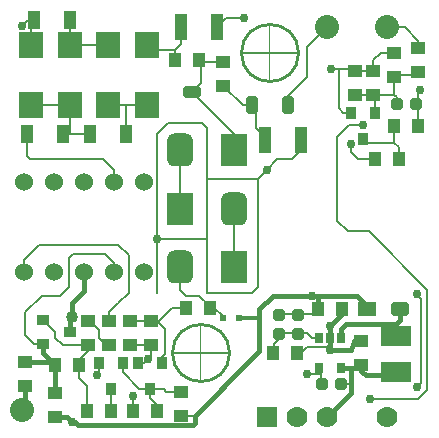
<source format=gtl>
G04*
G04  File:            OPENGEIGER1.0.GTL, Sat Apr 20 15:36:22 2019*
G04  Source:          P-CAD 2004 PCB, Version 18.03.448, (C:\Users\Kent\Documents\customers\Medcom\OpenSource\OpenGeiger\OpenGeiger1.0.PCB)*
G04  Format:          Gerber Format (RS-274-D), ASCII*
G04*
G04  Format Options:  Absolute Positioning*
G04                   Leading-Zero Suppression*
G04                   Scale Factor 1:1*
G04                   NO Circular Interpolation*
G04                   Inch Units*
G04                   Numeric Format: 4.4 (XXXX.XXXX)*
G04                   G54 NOT Used for Aperture Change*
G04                   Apertures Embedded*
G04*
G04  File Options:    Offset = (0.0mil,0.0mil)*
G04                   Drill Symbol Size = 80.0mil*
G04                   No Pad/Via Holes*
G04*
G04  File Contents:   Pads*
G04                   Vias*
G04                   No Designators*
G04                   No Types*
G04                   No Values*
G04                   No Drill Symbols*
G04                   Top*
G04*
%INOPENGEIGER1.0.GTL*%
%ICAS*%
%MOIN*%
G04*
G04  Aperture MACROs for general use --- invoked via D-code assignment *
G04*
G04  General MACRO for flashed round with rotation and/or offset hole *
%AMROTOFFROUND*
1,1,$1,0.0000,0.0000*
1,0,$2,$3,$4*%
G04*
G04  General MACRO for flashed oval (obround) with rotation and/or offset hole *
%AMROTOFFOVAL*
21,1,$1,$2,0.0000,0.0000,$3*
1,1,$4,$5,$6*
1,1,$4,0-$5,0-$6*
1,0,$7,$8,$9*%
G04*
G04  General MACRO for flashed oval (obround) with rotation and no hole *
%AMROTOVALNOHOLE*
21,1,$1,$2,0.0000,0.0000,$3*
1,1,$4,$5,$6*
1,1,$4,0-$5,0-$6*%
G04*
G04  General MACRO for flashed rectangle with rotation and/or offset hole *
%AMROTOFFRECT*
21,1,$1,$2,0.0000,0.0000,$3*
1,0,$4,$5,$6*%
G04*
G04  General MACRO for flashed rectangle with rotation and no hole *
%AMROTRECTNOHOLE*
21,1,$1,$2,0.0000,0.0000,$3*%
G04*
G04  General MACRO for flashed rounded-rectangle *
%AMROUNDRECT*
21,1,$1,$2-$4,0.0000,0.0000,$3*
21,1,$1-$4,$2,0.0000,0.0000,$3*
1,1,$4,$5,$6*
1,1,$4,$7,$8*
1,1,$4,0-$5,0-$6*
1,1,$4,0-$7,0-$8*
1,0,$9,$10,$11*%
G04*
G04  General MACRO for flashed rounded-rectangle with rotation and no hole *
%AMROUNDRECTNOHOLE*
21,1,$1,$2-$4,0.0000,0.0000,$3*
21,1,$1-$4,$2,0.0000,0.0000,$3*
1,1,$4,$5,$6*
1,1,$4,$7,$8*
1,1,$4,0-$5,0-$6*
1,1,$4,0-$7,0-$8*%
G04*
G04  General MACRO for flashed regular polygon *
%AMREGPOLY*
5,1,$1,0.0000,0.0000,$2,$3+$4*
1,0,$5,$6,$7*%
G04*
G04  General MACRO for flashed regular polygon with no hole *
%AMREGPOLYNOHOLE*
5,1,$1,0.0000,0.0000,$2,$3+$4*%
G04*
G04  General MACRO for target *
%AMTARGET*
6,0,0,$1,$2,$3,4,$4,$5,$6*%
G04*
G04  General MACRO for mounting hole *
%AMMTHOLE*
1,1,$1,0,0*
1,0,$2,0,0*
$1=$1-$2*
$1=$1/2*
21,1,$2+$1,$3,0,0,$4*
21,1,$3,$2+$1,0,0,$4*%
G04*
G04*
G04  D10 : "Ellipse X8.0mil Y8.0mil H0.0mil 0.0deg (0.0mil,0.0mil) Draw"*
G04  Disc: OuterDia=0.0080*
%ADD10C, 0.0080*%
G04  D11 : "Ellipse X10.0mil Y10.0mil H0.0mil 0.0deg (0.0mil,0.0mil) Draw"*
G04  Disc: OuterDia=0.0100*
%ADD11C, 0.0100*%
G04  D12 : "Ellipse X12.0mil Y12.0mil H0.0mil 0.0deg (0.0mil,0.0mil) Draw"*
G04  Disc: OuterDia=0.0120*
%ADD12C, 0.0120*%
G04  D13 : "Ellipse X15.0mil Y15.0mil H0.0mil 0.0deg (0.0mil,0.0mil) Draw"*
G04  Disc: OuterDia=0.0150*
%ADD13C, 0.0150*%
G04  D14 : "Ellipse X16.0mil Y16.0mil H0.0mil 0.0deg (0.0mil,0.0mil) Draw"*
G04  Disc: OuterDia=0.0160*
%ADD14C, 0.0160*%
G04  D15 : "Ellipse X2.0mil Y2.0mil H0.0mil 0.0deg (0.0mil,0.0mil) Draw"*
G04  Disc: OuterDia=0.0020*
%ADD15C, 0.0020*%
G04  D16 : "Ellipse X2.0mil Y2.0mil H0.0mil 0.0deg (0.0mil,0.0mil) Draw"*
G04  Disc: OuterDia=0.0020*
%ADD16C, 0.0020*%
G04  D17 : "Ellipse X20.0mil Y20.0mil H0.0mil 0.0deg (0.0mil,0.0mil) Draw"*
G04  Disc: OuterDia=0.0200*
%ADD17C, 0.0200*%
G04  D18 : "Ellipse X25.0mil Y25.0mil H0.0mil 0.0deg (0.0mil,0.0mil) Draw"*
G04  Disc: OuterDia=0.0250*
%ADD18C, 0.0250*%
G04  D19 : "Ellipse X3.9mil Y3.9mil H0.0mil 0.0deg (0.0mil,0.0mil) Draw"*
G04  Disc: OuterDia=0.0039*
%ADD19C, 0.0039*%
G04  D20 : "Ellipse X4.0mil Y4.0mil H0.0mil 0.0deg (0.0mil,0.0mil) Draw"*
G04  Disc: OuterDia=0.0040*
%ADD20C, 0.0040*%
G04  D21 : "Ellipse X5.0mil Y5.0mil H0.0mil 0.0deg (0.0mil,0.0mil) Draw"*
G04  Disc: OuterDia=0.0050*
%ADD21C, 0.0050*%
G04  D22 : "Ellipse X50.0mil Y50.0mil H0.0mil 0.0deg (0.0mil,0.0mil) Draw"*
G04  Disc: OuterDia=0.0500*
%ADD22C, 0.0500*%
G04  D23 : "Ellipse X6.0mil Y6.0mil H0.0mil 0.0deg (0.0mil,0.0mil) Draw"*
G04  Disc: OuterDia=0.0060*
%ADD23C, 0.0060*%
G04  D24 : "Ellipse X6.0mil Y6.0mil H0.0mil 0.0deg (0.0mil,0.0mil) Draw"*
G04  Disc: OuterDia=0.0060*
%ADD24C, 0.0060*%
G04  D25 : "Ellipse X7.0mil Y7.0mil H0.0mil 0.0deg (0.0mil,0.0mil) Draw"*
G04  Disc: OuterDia=0.0070*
%ADD25C, 0.0070*%
G04  D26 : "Ellipse X204.0mil Y204.0mil H0.0mil 0.0deg (0.0mil,0.0mil) Flash"*
G04  Disc: OuterDia=0.2040*
%ADD26C, 0.2040*%
G04  D27 : "Ellipse X40.0mil Y40.0mil H0.0mil 0.0deg (0.0mil,0.0mil) Flash"*
G04  Disc: OuterDia=0.0400*
%ADD27C, 0.0400*%
G04  D28 : "Ellipse X44.0mil Y44.0mil H0.0mil 0.0deg (0.0mil,0.0mil) Flash"*
G04  Disc: OuterDia=0.0440*
%ADD28C, 0.0440*%
G04  D29 : "Ellipse X60.0mil Y60.0mil H0.0mil 0.0deg (0.0mil,0.0mil) Flash"*
G04  Disc: OuterDia=0.0600*
%ADD29C, 0.0600*%
G04  D30 : "Ellipse X64.0mil Y64.0mil H0.0mil 0.0deg (0.0mil,0.0mil) Flash"*
G04  Disc: OuterDia=0.0640*
%ADD30C, 0.0640*%
G04  D31 : "Ellipse X70.0mil Y70.0mil H0.0mil 0.0deg (0.0mil,0.0mil) Flash"*
G04  Disc: OuterDia=0.0700*
%ADD31C, 0.0700*%
G04  D32 : "Ellipse X74.0mil Y74.0mil H0.0mil 0.0deg (0.0mil,0.0mil) Flash"*
G04  Disc: OuterDia=0.0740*
%ADD32C, 0.0740*%
G04  D33 : "Ellipse X80.0mil Y80.0mil H0.0mil 0.0deg (0.0mil,0.0mil) Flash"*
G04  Disc: OuterDia=0.0800*
%ADD33C, 0.0800*%
G04  D34 : "Ellipse X84.0mil Y84.0mil H0.0mil 0.0deg (0.0mil,0.0mil) Flash"*
G04  Disc: OuterDia=0.0840*
%ADD34C, 0.0840*%
G04  D35 : "Mounting Hole X200.0mil Y200.0mil H0.0mil 0.0deg (0.0mil,0.0mil) Flash"*
G04  Mounting Hole: Diameter=0.2000, Rotation=0.0, LineWidth=0.0050 *
%ADD35MTHOLE, 0.2000 X0.1800 X0.0050 X0.0*%
G04  D36 : "Oval X75.0mil Y45.0mil H0.0mil 0.0deg (0.0mil,0.0mil) Flash"*
G04  Obround: DimX=0.0750, DimY=0.0450, Rotation=0.0, OffsetX=0.0000, OffsetY=0.0000, HoleDia=0.0000 *
%ADD36O, 0.0750 X0.0450*%
G04  D37 : "Oval X30.0mil Y56.0mil H0.0mil 0.0deg (0.0mil,0.0mil) Flash"*
G04  Obround: DimX=0.0300, DimY=0.0560, Rotation=0.0, OffsetX=0.0000, OffsetY=0.0000, HoleDia=0.0000 *
%ADD37O, 0.0300 X0.0560*%
G04  D38 : "Oval X30.0mil Y86.0mil H0.0mil 0.0deg (0.0mil,0.0mil) Flash"*
G04  Obround: DimX=0.0300, DimY=0.0860, Rotation=0.0, OffsetX=0.0000, OffsetY=0.0000, HoleDia=0.0000 *
%ADD38O, 0.0300 X0.0860*%
G04  D39 : "Rounded Rectangle X80.0mil Y104.0mil H0.0mil 0.0deg (0.0mil,0.0mil) Flash"*
G04  RoundRct: DimX=0.0800, DimY=0.1040, CornerRad=0.0200, Rotation=0.0, OffsetX=0.0000, OffsetY=0.0000, HoleDia=0.0000 *
%ADD39ROUNDRECTNOHOLE, 0.0800 X0.1040 X0.0 X0.0400 X-0.0200 X-0.0320 X-0.0200 X0.0320*%
G04  D40 : "Rounded Rectangle X86.0mil Y110.0mil H0.0mil 0.0deg (0.0mil,0.0mil) Flash"*
G04  RoundRct: DimX=0.0860, DimY=0.1100, CornerRad=0.0215, Rotation=0.0, OffsetX=0.0000, OffsetY=0.0000, HoleDia=0.0000 *
%ADD40ROUNDRECTNOHOLE, 0.0860 X0.1100 X0.0 X0.0430 X-0.0215 X-0.0335 X-0.0215 X0.0335*%
G04  D41 : "Rounded Rectangle X90.0mil Y114.0mil H0.0mil 0.0deg (0.0mil,0.0mil) Flash"*
G04  RoundRct: DimX=0.0900, DimY=0.1140, CornerRad=0.0225, Rotation=0.0, OffsetX=0.0000, OffsetY=0.0000, HoleDia=0.0000 *
%ADD41ROUNDRECTNOHOLE, 0.0900 X0.1140 X0.0 X0.0450 X-0.0225 X-0.0345 X-0.0225 X0.0345*%
G04  D42 : "Rounded Rectangle X33.8mil Y33.8mil H0.0mil 0.0deg (0.0mil,0.0mil) Flash"*
G04  RoundRct: DimX=0.0338, DimY=0.0338, CornerRad=0.0084, Rotation=0.0, OffsetX=0.0000, OffsetY=0.0000, HoleDia=0.0000 *
%ADD42ROUNDRECTNOHOLE, 0.0338 X0.0338 X0.0 X0.0169 X-0.0084 X-0.0084 X-0.0084 X0.0084*%
G04  D43 : "Rounded Rectangle X39.8mil Y39.8mil H0.0mil 0.0deg (0.0mil,0.0mil) Flash"*
G04  RoundRct: DimX=0.0398, DimY=0.0398, CornerRad=0.0099, Rotation=0.0, OffsetX=0.0000, OffsetY=0.0000, HoleDia=0.0000 *
%ADD43ROUNDRECTNOHOLE, 0.0398 X0.0398 X0.0 X0.0199 X-0.0099 X-0.0099 X-0.0099 X0.0099*%
G04  D44 : "Rounded Rectangle X43.8mil Y43.8mil H0.0mil 0.0deg (0.0mil,0.0mil) Flash"*
G04  RoundRct: DimX=0.0438, DimY=0.0438, CornerRad=0.0109, Rotation=0.0, OffsetX=0.0000, OffsetY=0.0000, HoleDia=0.0000 *
%ADD44ROUNDRECTNOHOLE, 0.0438 X0.0438 X0.0 X0.0219 X-0.0109 X-0.0109 X-0.0109 X0.0109*%
G04  D45 : "Rounded Rectangle X54.0mil Y34.0mil H0.0mil 0.0deg (0.0mil,0.0mil) Flash"*
G04  RoundRct: DimX=0.0540, DimY=0.0340, CornerRad=0.0085, Rotation=0.0, OffsetX=0.0000, OffsetY=0.0000, HoleDia=0.0000 *
%ADD45ROUNDRECTNOHOLE, 0.0540 X0.0340 X0.0 X0.0170 X-0.0185 X-0.0085 X-0.0185 X0.0085*%
G04  D46 : "Rounded Rectangle X54.0mil Y42.0mil H0.0mil 0.0deg (0.0mil,0.0mil) Flash"*
G04  RoundRct: DimX=0.0540, DimY=0.0420, CornerRad=0.0105, Rotation=0.0, OffsetX=0.0000, OffsetY=0.0000, HoleDia=0.0000 *
%ADD46ROUNDRECTNOHOLE, 0.0540 X0.0420 X0.0 X0.0210 X-0.0165 X-0.0105 X-0.0165 X0.0105*%
G04  D47 : "Rounded Rectangle X60.0mil Y40.0mil H0.0mil 0.0deg (0.0mil,0.0mil) Flash"*
G04  RoundRct: DimX=0.0600, DimY=0.0400, CornerRad=0.0100, Rotation=0.0, OffsetX=0.0000, OffsetY=0.0000, HoleDia=0.0000 *
%ADD47ROUNDRECTNOHOLE, 0.0600 X0.0400 X0.0 X0.0200 X-0.0200 X-0.0100 X-0.0200 X0.0100*%
G04  D48 : "Rounded Rectangle X40.0mil Y60.0mil H0.0mil 0.0deg (0.0mil,0.0mil) Flash"*
G04  RoundRct: DimX=0.0400, DimY=0.0600, CornerRad=0.0100, Rotation=0.0, OffsetX=0.0000, OffsetY=0.0000, HoleDia=0.0000 *
%ADD48ROUNDRECTNOHOLE, 0.0400 X0.0600 X0.0 X0.0200 X-0.0100 X-0.0200 X-0.0100 X0.0200*%
G04  D49 : "Rounded Rectangle X60.0mil Y48.0mil H0.0mil 0.0deg (0.0mil,0.0mil) Flash"*
G04  RoundRct: DimX=0.0600, DimY=0.0480, CornerRad=0.0120, Rotation=0.0, OffsetX=0.0000, OffsetY=0.0000, HoleDia=0.0000 *
%ADD49ROUNDRECTNOHOLE, 0.0600 X0.0480 X0.0 X0.0240 X-0.0180 X-0.0120 X-0.0180 X0.0120*%
G04  D50 : "Rounded Rectangle X64.0mil Y44.0mil H0.0mil 0.0deg (0.0mil,0.0mil) Flash"*
G04  RoundRct: DimX=0.0640, DimY=0.0440, CornerRad=0.0110, Rotation=0.0, OffsetX=0.0000, OffsetY=0.0000, HoleDia=0.0000 *
%ADD50ROUNDRECTNOHOLE, 0.0640 X0.0440 X0.0 X0.0220 X-0.0210 X-0.0110 X-0.0210 X0.0110*%
G04  D51 : "Rounded Rectangle X44.0mil Y64.0mil H0.0mil 0.0deg (0.0mil,0.0mil) Flash"*
G04  RoundRct: DimX=0.0440, DimY=0.0640, CornerRad=0.0110, Rotation=0.0, OffsetX=0.0000, OffsetY=0.0000, HoleDia=0.0000 *
%ADD51ROUNDRECTNOHOLE, 0.0440 X0.0640 X0.0 X0.0220 X-0.0110 X-0.0210 X-0.0110 X0.0210*%
G04  D52 : "Rounded Rectangle X64.0mil Y52.0mil H0.0mil 0.0deg (0.0mil,0.0mil) Flash"*
G04  RoundRct: DimX=0.0640, DimY=0.0520, CornerRad=0.0130, Rotation=0.0, OffsetX=0.0000, OffsetY=0.0000, HoleDia=0.0000 *
%ADD52ROUNDRECTNOHOLE, 0.0640 X0.0520 X0.0 X0.0260 X-0.0190 X-0.0130 X-0.0190 X0.0130*%
G04  D53 : "Rectangle X80.0mil Y104.0mil H0.0mil 0.0deg (0.0mil,0.0mil) Flash"*
G04  Rectangular: DimX=0.0800, DimY=0.1040, Rotation=0.0, OffsetX=0.0000, OffsetY=0.0000, HoleDia=0.0000 *
%ADD53R, 0.0800 X0.1040*%
G04  D54 : "Rectangle X86.0mil Y110.0mil H0.0mil 0.0deg (0.0mil,0.0mil) Flash"*
G04  Rectangular: DimX=0.0860, DimY=0.1100, Rotation=0.0, OffsetX=0.0000, OffsetY=0.0000, HoleDia=0.0000 *
%ADD54R, 0.0860 X0.1100*%
G04  D55 : "Rectangle X90.0mil Y114.0mil H0.0mil 0.0deg (0.0mil,0.0mil) Flash"*
G04  Rectangular: DimX=0.0900, DimY=0.1140, Rotation=0.0, OffsetX=0.0000, OffsetY=0.0000, HoleDia=0.0000 *
%ADD55R, 0.0900 X0.1140*%
G04  D56 : "Rectangle X13.7mil Y17.6mil H0.0mil 0.0deg (0.0mil,0.0mil) Flash"*
G04  Rectangular: DimX=0.0137, DimY=0.0176, Rotation=0.0, OffsetX=0.0000, OffsetY=0.0000, HoleDia=0.0000 *
%ADD56R, 0.0137 X0.0176*%
G04  D57 : "Rectangle X17.6mil Y13.7mil H0.0mil 0.0deg (0.0mil,0.0mil) Flash"*
G04  Rectangular: DimX=0.0176, DimY=0.0137, Rotation=0.0, OffsetX=0.0000, OffsetY=0.0000, HoleDia=0.0000 *
%ADD57R, 0.0176 X0.0137*%
G04  D58 : "Rectangle X19.7mil Y23.6mil H0.0mil 0.0deg (0.0mil,0.0mil) Flash"*
G04  Rectangular: DimX=0.0197, DimY=0.0236, Rotation=0.0, OffsetX=0.0000, OffsetY=0.0000, HoleDia=0.0000 *
%ADD58R, 0.0197 X0.0236*%
G04  D59 : "Rectangle X23.6mil Y19.7mil H0.0mil 0.0deg (0.0mil,0.0mil) Flash"*
G04  Rectangular: DimX=0.0236, DimY=0.0197, Rotation=0.0, OffsetX=0.0000, OffsetY=0.0000, HoleDia=0.0000 *
%ADD59R, 0.0236 X0.0197*%
G04  D60 : "Rectangle X23.7mil Y27.6mil H0.0mil 0.0deg (0.0mil,0.0mil) Flash"*
G04  Rectangular: DimX=0.0237, DimY=0.0276, Rotation=0.0, OffsetX=0.0000, OffsetY=0.0000, HoleDia=0.0000 *
%ADD60R, 0.0237 X0.0276*%
G04  D61 : "Rectangle X27.6mil Y23.7mil H0.0mil 0.0deg (0.0mil,0.0mil) Flash"*
G04  Rectangular: DimX=0.0276, DimY=0.0237, Rotation=0.0, OffsetX=0.0000, OffsetY=0.0000, HoleDia=0.0000 *
%ADD61R, 0.0276 X0.0237*%
G04  D62 : "Rectangle X26.0mil Y34.0mil H0.0mil 0.0deg (0.0mil,0.0mil) Flash"*
G04  Rectangular: DimX=0.0260, DimY=0.0340, Rotation=0.0, OffsetX=0.0000, OffsetY=0.0000, HoleDia=0.0000 *
%ADD62R, 0.0260 X0.0340*%
G04  D63 : "Rectangle X34.0mil Y26.0mil H0.0mil 0.0deg (0.0mil,0.0mil) Flash"*
G04  Rectangular: DimX=0.0340, DimY=0.0260, Rotation=0.0, OffsetX=0.0000, OffsetY=0.0000, HoleDia=0.0000 *
%ADD63R, 0.0340 X0.0260*%
G04  D64 : "Rectangle X22.0mil Y30.0mil H0.0mil 0.0deg (0.0mil,0.0mil) Flash"*
G04  Rectangular: DimX=0.0220, DimY=0.0300, Rotation=0.0, OffsetX=0.0000, OffsetY=0.0000, HoleDia=0.0000 *
%ADD64R, 0.0220 X0.0300*%
G04  D65 : "Rectangle X32.0mil Y40.0mil H0.0mil 0.0deg (0.0mil,0.0mil) Flash"*
G04  Rectangular: DimX=0.0320, DimY=0.0400, Rotation=0.0, OffsetX=0.0000, OffsetY=0.0000, HoleDia=0.0000 *
%ADD65R, 0.0320 X0.0400*%
G04  D66 : "Rectangle X40.0mil Y32.0mil H0.0mil 0.0deg (0.0mil,0.0mil) Flash"*
G04  Rectangular: DimX=0.0400, DimY=0.0320, Rotation=0.0, OffsetX=0.0000, OffsetY=0.0000, HoleDia=0.0000 *
%ADD66R, 0.0400 X0.0320*%
G04  D67 : "Rectangle X28.0mil Y36.0mil H0.0mil 0.0deg (0.0mil,0.0mil) Flash"*
G04  Rectangular: DimX=0.0280, DimY=0.0360, Rotation=0.0, OffsetX=0.0000, OffsetY=0.0000, HoleDia=0.0000 *
%ADD67R, 0.0280 X0.0360*%
G04  D68 : "Rectangle X36.0mil Y44.0mil H0.0mil 0.0deg (0.0mil,0.0mil) Flash"*
G04  Rectangular: DimX=0.0360, DimY=0.0440, Rotation=0.0, OffsetX=0.0000, OffsetY=0.0000, HoleDia=0.0000 *
%ADD68R, 0.0360 X0.0440*%
G04  D69 : "Rectangle X44.0mil Y36.0mil H0.0mil 0.0deg (0.0mil,0.0mil) Flash"*
G04  Rectangular: DimX=0.0440, DimY=0.0360, Rotation=0.0, OffsetX=0.0000, OffsetY=0.0000, HoleDia=0.0000 *
%ADD69R, 0.0440 X0.0360*%
G04  D70 : "Rectangle X44.0mil Y34.0mil H0.0mil 0.0deg (0.0mil,0.0mil) Flash"*
G04  Rectangular: DimX=0.0440, DimY=0.0340, Rotation=0.0, OffsetX=0.0000, OffsetY=0.0000, HoleDia=0.0000 *
%ADD70R, 0.0440 X0.0340*%
G04  D71 : "Rectangle X34.0mil Y44.0mil H0.0mil 0.0deg (0.0mil,0.0mil) Flash"*
G04  Rectangular: DimX=0.0340, DimY=0.0440, Rotation=0.0, OffsetX=0.0000, OffsetY=0.0000, HoleDia=0.0000 *
%ADD71R, 0.0340 X0.0440*%
G04  D72 : "Rectangle X50.0mil Y40.0mil H0.0mil 0.0deg (0.0mil,0.0mil) Flash"*
G04  Rectangular: DimX=0.0500, DimY=0.0400, Rotation=0.0, OffsetX=0.0000, OffsetY=0.0000, HoleDia=0.0000 *
%ADD72R, 0.0500 X0.0400*%
G04  D73 : "Rectangle X40.0mil Y50.0mil H0.0mil 0.0deg (0.0mil,0.0mil) Flash"*
G04  Rectangular: DimX=0.0400, DimY=0.0500, Rotation=0.0, OffsetX=0.0000, OffsetY=0.0000, HoleDia=0.0000 *
%ADD73R, 0.0400 X0.0500*%
G04  D74 : "Rectangle X54.0mil Y42.0mil H0.0mil 0.0deg (0.0mil,0.0mil) Flash"*
G04  Rectangular: DimX=0.0540, DimY=0.0420, Rotation=0.0, OffsetX=0.0000, OffsetY=0.0000, HoleDia=0.0000 *
%ADD74R, 0.0540 X0.0420*%
G04  D75 : "Rectangle X54.0mil Y44.0mil H0.0mil 0.0deg (0.0mil,0.0mil) Flash"*
G04  Rectangular: DimX=0.0540, DimY=0.0440, Rotation=0.0, OffsetX=0.0000, OffsetY=0.0000, HoleDia=0.0000 *
%ADD75R, 0.0540 X0.0440*%
G04  D76 : "Rectangle X44.0mil Y54.0mil H0.0mil 0.0deg (0.0mil,0.0mil) Flash"*
G04  Rectangular: DimX=0.0440, DimY=0.0540, Rotation=0.0, OffsetX=0.0000, OffsetY=0.0000, HoleDia=0.0000 *
%ADD76R, 0.0440 X0.0540*%
G04  D77 : "Rectangle X94.0mil Y59.0mil H0.0mil 0.0deg (0.0mil,0.0mil) Flash"*
G04  Rectangular: DimX=0.0940, DimY=0.0590, Rotation=0.0, OffsetX=0.0000, OffsetY=0.0000, HoleDia=0.0000 *
%ADD77R, 0.0940 X0.0590*%
G04  D78 : "Rectangle X40.0mil Y60.0mil H0.0mil 0.0deg (0.0mil,0.0mil) Flash"*
G04  Rectangular: DimX=0.0400, DimY=0.0600, Rotation=0.0, OffsetX=0.0000, OffsetY=0.0000, HoleDia=0.0000 *
%ADD78R, 0.0400 X0.0600*%
G04  D79 : "Rectangle X60.0mil Y48.0mil H0.0mil 0.0deg (0.0mil,0.0mil) Flash"*
G04  Rectangular: DimX=0.0600, DimY=0.0480, Rotation=0.0, OffsetX=0.0000, OffsetY=0.0000, HoleDia=0.0000 *
%ADD79R, 0.0600 X0.0480*%
G04  D80 : "Rectangle X44.0mil Y64.0mil H0.0mil 0.0deg (0.0mil,0.0mil) Flash"*
G04  Rectangular: DimX=0.0440, DimY=0.0640, Rotation=0.0, OffsetX=0.0000, OffsetY=0.0000, HoleDia=0.0000 *
%ADD80R, 0.0440 X0.0640*%
G04  D81 : "Rectangle X64.0mil Y52.0mil H0.0mil 0.0deg (0.0mil,0.0mil) Flash"*
G04  Rectangular: DimX=0.0640, DimY=0.0520, Rotation=0.0, OffsetX=0.0000, OffsetY=0.0000, HoleDia=0.0000 *
%ADD81R, 0.0640 X0.0520*%
G04  D82 : "Rectangle X100.0mil Y65.0mil H0.0mil 0.0deg (0.0mil,0.0mil) Flash"*
G04  Rectangular: DimX=0.1000, DimY=0.0650, Rotation=0.0, OffsetX=0.0000, OffsetY=0.0000, HoleDia=0.0000 *
%ADD82R, 0.1000 X0.0650*%
G04  D83 : "Rectangle X104.0mil Y69.0mil H0.0mil 0.0deg (0.0mil,0.0mil) Flash"*
G04  Rectangular: DimX=0.1040, DimY=0.0690, Rotation=0.0, OffsetX=0.0000, OffsetY=0.0000, HoleDia=0.0000 *
%ADD83R, 0.1040 X0.0690*%
G04  D84 : "Rectangle X70.0mil Y70.0mil H0.0mil 0.0deg (0.0mil,0.0mil) Flash"*
G04  Square: Side=0.0700, Rotation=0.0, OffsetX=0.0000, OffsetY=0.0000, HoleDia=0.0000*
%ADD84R, 0.0700 X0.0700*%
G04  D85 : "Rectangle X74.0mil Y20.0mil H0.0mil 0.0deg (0.0mil,0.0mil) Flash"*
G04  Rectangular: DimX=0.0740, DimY=0.0200, Rotation=0.0, OffsetX=0.0000, OffsetY=0.0000, HoleDia=0.0000 *
%ADD85R, 0.0740 X0.0200*%
G04  D86 : "Rectangle X74.0mil Y74.0mil H0.0mil 0.0deg (0.0mil,0.0mil) Flash"*
G04  Square: Side=0.0740, Rotation=0.0, OffsetX=0.0000, OffsetY=0.0000, HoleDia=0.0000*
%ADD86R, 0.0740 X0.0740*%
G04  D87 : "Rectangle X80.0mil Y26.0mil H0.0mil 0.0deg (0.0mil,0.0mil) Flash"*
G04  Rectangular: DimX=0.0800, DimY=0.0260, Rotation=0.0, OffsetX=0.0000, OffsetY=0.0000, HoleDia=0.0000 *
%ADD87R, 0.0800 X0.0260*%
G04  D88 : "Rectangle X84.0mil Y30.0mil H0.0mil 0.0deg (0.0mil,0.0mil) Flash"*
G04  Rectangular: DimX=0.0840, DimY=0.0300, Rotation=0.0, OffsetX=0.0000, OffsetY=0.0000, HoleDia=0.0000 *
%ADD88R, 0.0840 X0.0300*%
G04  D89 : "Rectangle X40.0mil Y90.0mil H0.0mil 0.0deg (0.0mil,0.0mil) Flash"*
G04  Rectangular: DimX=0.0400, DimY=0.0900, Rotation=0.0, OffsetX=0.0000, OffsetY=0.0000, HoleDia=0.0000 *
%ADD89R, 0.0400 X0.0900*%
G04  D90 : "Rectangle X80.0mil Y90.0mil H0.0mil 0.0deg (0.0mil,0.0mil) Flash"*
G04  Rectangular: DimX=0.0800, DimY=0.0900, Rotation=0.0, OffsetX=0.0000, OffsetY=0.0000, HoleDia=0.0000 *
%ADD90R, 0.0800 X0.0900*%
G04  D91 : "Rectangle X44.0mil Y94.0mil H0.0mil 0.0deg (0.0mil,0.0mil) Flash"*
G04  Rectangular: DimX=0.0440, DimY=0.0940, Rotation=0.0, OffsetX=0.0000, OffsetY=0.0000, HoleDia=0.0000 *
%ADD91R, 0.0440 X0.0940*%
G04  D92 : "Rectangle X84.0mil Y94.0mil H0.0mil 0.0deg (0.0mil,0.0mil) Flash"*
G04  Rectangular: DimX=0.0840, DimY=0.0940, Rotation=0.0, OffsetX=0.0000, OffsetY=0.0000, HoleDia=0.0000 *
%ADD92R, 0.0840 X0.0940*%
G04  D93 : "Ellipse X30.0mil Y30.0mil H0.0mil 0.0deg (0.0mil,0.0mil) Flash"*
G04  Disc: OuterDia=0.0300*
%ADD93C, 0.0300*%
G04  D94 : "Ellipse X34.0mil Y34.0mil H0.0mil 0.0deg (0.0mil,0.0mil) Flash"*
G04  Disc: OuterDia=0.0340*
%ADD94C, 0.0340*%
G04*
%FSLAX44Y44*%
%SFA1B1*%
%OFA0.0000B0.0000*%
G04*
G70*
G90*
G01*
D2*
%LNTop*%
D10*
X10500Y14950*
Y14650D1*
X11200Y17650D2*
X11600Y17250D1*
Y17050*
X11850Y16800*
D2*
D14*
X10600Y16250*
X11500D1*
D2*
D10*
X11600Y16150D1*
X11200Y16850D2*
X10900D1*
X10600Y17150*
Y17900*
D2*
D14*
X11600Y15200*
Y16150D1*
X11200Y16550D2*
X11500Y16250D1*
X11200Y16850D2*
Y16550D1*
D2*
D10*
X11150Y18450*
X11750D1*
X10550Y19650D2*
X11050Y20150D1*
X10550Y19250D2*
Y19650D1*
X10750Y23000D2*
X10650Y23100D1*
Y23850D2*
Y23100D1*
X10800Y27550D2*
X10900Y27650D1*
X10700*
X10500Y27450*
D2*
D14*
X12250Y14250*
X12350Y14150D1*
X12150Y14250D2*
X12250D1*
D2*
D10*
X14350Y16200*
X14550D1*
X14100Y16800D2*
X14800D1*
Y16450*
X14550Y16200D2*
X14700Y16350D1*
X14800Y16450*
X13050Y16200D2*
Y15850D1*
X13000Y15800*
X12700Y16800D2*
Y16600D1*
X12400Y16300*
X12650Y15450D2*
X12400Y15700D1*
Y16150*
Y16300*
X13400Y17600D2*
Y17900D1*
Y16800D2*
X13300D1*
X13050Y17050*
Y17300*
X12750Y17600*
X12700*
X13850Y16200D2*
Y15900D1*
X14400Y15350*
X14750*
Y15050D2*
Y15330D1*
Y15350*
X14100Y17600D2*
X14800D1*
D2*
D14*
X12550Y18600*
Y19250D1*
X12150Y18200D2*
X12550Y18600D1*
D2*
D10*
X13550Y19550*
Y19250D1*
X13250Y19850D2*
X13550Y19550D1*
X12200Y19850D2*
X13250D1*
X12050Y19700D2*
X12200Y19850D1*
X12050Y18750D2*
Y19700D1*
X13700Y18200D2*
X14050Y18550D1*
Y19800D2*
Y18550D1*
X13700Y20150D2*
X14050Y19800D1*
X13200Y23000D2*
X13550Y22650D1*
Y22250*
X12100Y23850D2*
X12750D1*
X12100Y26800D2*
X13350D1*
X14650D2*
X14800Y26650D1*
X13350Y24800D2*
X13950D1*
X14650*
D2*
D14*
X16250Y14200*
Y14450D1*
X16200Y14150D2*
X16250Y14200D1*
D2*
D10*
X15800Y14450*
X16250D1*
X15220Y15330D2*
X15300Y15250D1*
X15800D2*
X15300D1*
X15150Y16200D2*
Y16400D1*
X15250Y16500*
Y17350*
X17174Y17700D2*
Y17775D1*
X15950Y18050D2*
X15500D1*
X16750D2*
Y18100D1*
X15750Y19400D2*
Y18650D1*
X15950Y18450*
X16400*
X16750Y18100*
X16900Y18050D2*
X16750D1*
X16650Y18550D2*
Y20350D1*
Y22350D2*
Y22400D1*
X17550Y23300D2*
Y23850D1*
X15750Y21350D2*
Y23300D1*
X16150Y25250D2*
X16450Y25550D1*
Y26250D2*
Y25550D1*
X16550Y24850D2*
X16150Y25250D1*
X16450Y26250D2*
X17200D1*
X16400Y26300D2*
X16450Y26250D1*
X15800Y26850D2*
X15600Y26650D1*
Y26300D2*
Y26650D1*
X17200Y25450D2*
X17850Y24800D1*
X15350Y24200D2*
X16500D1*
X16650Y24050*
X17000Y27400D2*
X17300Y27700D1*
X17900*
X19700Y17200D2*
Y17185D1*
X19050Y17200D2*
X19700D1*
X19050Y17185D2*
Y17200D1*
Y17185*
X19700Y17200D2*
Y17185D1*
Y17200D2*
X20000D1*
X19700D2*
Y17185D1*
Y17200*
Y17185*
Y17200D2*
Y17185D1*
X18900Y16700D2*
Y16850D1*
X19050Y17000D2*
X18900Y16850D1*
X19050Y17185D2*
Y17000D1*
X18900Y16700D2*
X18850Y16550D1*
X20370Y17050D2*
X20150D1*
X20000Y17200*
X19650Y16550D2*
X19800D1*
X20650Y16750D2*
X20750Y16850D1*
X20000Y16750D2*
X20650D1*
X19800Y16550D2*
X20000Y16750D1*
D2*
D14*
X20750Y17050*
Y17250D1*
Y16850D2*
Y17050D1*
D2*
D10*
X18900Y17850*
X19050Y17814D1*
X19700Y17850D2*
Y17814D1*
Y17850D2*
Y17814D1*
X18900Y17850D2*
X19700D1*
X20200*
D2*
D14*
X20750Y17250*
Y17450D1*
Y16850D2*
Y16650D1*
D2*
D10*
X20370Y16050*
X20450Y15970D1*
X20485Y15500D2*
X20450D1*
X20000Y15850D2*
X20450D1*
Y15970D2*
Y15850D1*
Y15500*
D2*
D14*
X18100Y16300*
X18400Y16600D1*
Y17700*
X20650Y18450D2*
X20350D1*
X18850D2*
X20150D1*
X20350*
D2*
D10*
X18350Y20350*
Y18750D1*
X18150Y18550*
X19750Y23600D2*
X19800Y23650D1*
X19650Y23500D2*
X19750Y23600D1*
Y23550*
Y23650D2*
Y23600D1*
Y23650D2*
X19800D1*
X19650Y23450D2*
Y23500D1*
X18350Y22350D2*
X18650Y22650D1*
X19000Y23000D2*
X18650Y22650D1*
X19500Y23000D2*
X19000D1*
X19800Y23300D2*
X19500Y23000D1*
X19800Y23650D2*
Y23300D1*
X19750Y23550D2*
X19650Y23450D1*
X18600Y23750D2*
Y23650D1*
X19350Y25100D2*
X20000Y25750D1*
X19350Y24800D2*
Y25100D1*
X18150Y24800D2*
X18300Y24650D1*
Y24050*
X20000Y25750D2*
Y26750D1*
D2*
D14*
X21550Y16950*
X21450Y16650D1*
X21350*
X21550Y16950D2*
X21800D1*
X21450Y16050D2*
X21800D1*
X22850Y15800D2*
X21950D1*
X21800Y15950*
Y16050*
Y16150*
X21130Y17050D2*
Y17330D1*
X21300Y17500D2*
X22950D1*
X21130Y17330D2*
X21300Y17500D1*
X23100Y17650D2*
X22950Y17500D1*
Y17100D2*
Y17500D1*
Y17100*
Y15900D2*
X22850Y15800D1*
X21130Y16050D2*
X21450D1*
D2*
D10*
X21114Y15500*
X21450D1*
D2*
D14*
Y15200*
Y15500D1*
Y16050*
D2*
D10*
X23650Y15400*
X23800Y15550D1*
D2*
D14*
X21650Y18450*
X22000Y18100D1*
D2*
D10*
X22050Y20600*
X21350D1*
X23800Y18350D2*
X23650Y18500D1*
X21850Y23680D2*
X21980Y23550D1*
X22900*
Y23900*
X21450Y23250D2*
Y23500D1*
Y23250D2*
X21700Y23000D1*
X22250*
X22900Y23550D2*
X23050Y23400D1*
Y23000*
X21050Y26000D2*
X21550D1*
X21050Y24700D2*
Y26000D1*
X21200Y24550D2*
X21050Y24700D1*
X21450Y24550D2*
X21200D1*
X22450Y26550D2*
X22900D1*
X22200Y26300D2*
X22450Y26550D1*
X22200Y25950D2*
Y26300D1*
X21600Y25950D2*
X22200D1*
X21550Y26000D2*
X21600Y25950D1*
X23700Y24850D2*
Y25250D1*
X23750Y25300*
X23700Y24100D2*
Y24850D1*
X23614D2*
X23700D1*
X23600D2*
X23614D1*
X23600D2*
X23614D1*
X22985Y25064D2*
X22900Y25150D1*
X22985Y24850D2*
Y25064D1*
X22250Y25100D2*
X22200Y25150D1*
X22250Y24550D2*
Y25100D1*
X22200Y25150D2*
X21600D1*
X22900D2*
X22200D1*
X22900Y25750D2*
Y25150D1*
X22950Y25800D2*
X22900Y25750D1*
X23700Y25800D2*
X22950D1*
X23700Y25900D2*
Y25800D1*
X22900Y24850D2*
X22985D1*
X23700Y26950D2*
Y26700D1*
X21850Y24150D2*
X21400D1*
X22900Y24850D2*
X22985D1*
X22650Y27400D2*
X23250D1*
D2*
D14*
X10600Y15450*
Y15050D1*
D2*
D10*
X10500Y14950D1*
X10600Y17900D2*
X11150Y18450D1*
X10800Y26800D2*
Y27550D1*
X14200Y14600D2*
Y15100D1*
D2*
D14*
X12150Y17750*
Y18200D1*
D2*
D10*
X12650Y14600*
Y15450D1*
X13400Y17900D2*
X13700Y18200D1*
X13450Y15330D2*
Y14600D1*
X13950Y23850D2*
Y24800D1*
X12100D2*
Y23850D1*
Y27650D2*
Y26800D1*
X17550Y23850D2*
X16550Y24850D1*
X15050Y17600D2*
X15500Y18050D1*
X17550Y19400D2*
Y21350D1*
X16650Y22400D2*
Y24050D1*
X17174Y17775D2*
X16900Y18050D1*
X16650Y20350D2*
Y22350D1*
X15800Y27400D2*
Y26850D1*
X18350Y22350D2*
Y20350D1*
X18300Y24050D2*
X18600Y23750D1*
X20350Y18000D2*
X20200Y17850D1*
D2*
D14*
X20350Y18450*
Y18000D1*
X18400D2*
X18850Y18450D1*
X18400Y17700D2*
Y18000D1*
D2*
D10*
X20000Y26750*
X20650Y27400D1*
X22900Y24100D2*
Y23900D1*
D2*
D14*
X21150Y17850*
Y18000D1*
X22000D2*
Y18100D1*
X23100Y18000D2*
Y17650D1*
D2*
D10*
X22100Y15000*
X23700D1*
X23800Y15550D2*
Y18350D1*
X23250Y27400D2*
X23700Y26950D1*
D2*
D14*
X11600Y14400*
X12000D1*
X12150Y14250*
X12070Y17250D2*
Y17670D1*
X12150Y17750*
D2*
D10*
X12700Y16800*
X11850D1*
X11750Y18450D2*
X12050Y18750D1*
X10750Y23000D2*
X13200D1*
X11850Y23850D2*
X12100D1*
X10800Y24800D2*
X12100D1*
X15000Y14600D2*
Y14800D1*
X14750Y15330D2*
X15220D1*
X15250Y17350D2*
X15000Y17600D1*
X15050*
X14800D2*
X15000D1*
D2*
D14*
X21150Y17850*
X20750Y17450D1*
X21350Y16650D2*
X20750D1*
D2*
D12*
X17725Y17700*
X18400D1*
D2*
D10*
X15000Y20350*
Y18550D1*
D2*
D14*
X20650Y18450*
X21650D1*
D2*
D10*
X18150Y18550*
X16650D1*
X15000Y20350D2*
X16650D1*
X21350Y20600D2*
X21000Y20950D1*
X22050Y20600D2*
X24000Y18650D1*
X15000Y23850D2*
Y22350D1*
X16650D2*
X18350D1*
X20800Y26000D2*
X21050D1*
X14800Y26650D2*
X15600D1*
X17850Y24800D2*
X18150D1*
X15000Y22350D2*
Y20350D1*
Y14800D2*
X14750Y15050D1*
X21400Y24150D2*
X21000Y23750D1*
X15350Y24200D2*
X15000Y23850D1*
D2*
D14*
X20650Y14400*
X21450Y15200D1*
X16250Y14450D2*
X18100Y16300D1*
D2*
D10*
X21000Y20950*
Y23750D1*
X23700Y15000D2*
X24000Y15300D1*
Y18650*
D2*
D14*
X12350Y14150*
X16200D1*
D2*
D10*
X11050Y20150*
X13700D1*
D2*
D72*
X10600Y16250D3*
Y15450D3*
D93*
X10500Y27450D3*
X14700Y16350D3*
X13000Y15800D3*
D35*
X16450Y16550D3*
D72*
X17200Y26250D3*
Y25450D3*
D73*
X15600Y26300D3*
X16400D3*
D47*
X16150Y25250D3*
D93*
X20750Y17450D3*
Y16650D3*
X20000Y15850D3*
X20150Y18450D3*
X18650Y22650D3*
X20800Y26000D3*
D31*
X22650Y14400D3*
D82*
X22950Y17100D3*
Y15900D3*
D93*
X23650Y15400D3*
Y18500D3*
X21450Y23500D3*
D73*
X23050Y23000D3*
X22250D3*
D93*
X23750Y25300D3*
D43*
X23614Y24850D3*
X22985D3*
D72*
X22200Y25150D3*
Y25950D3*
D33*
X10500Y14650D3*
D93*
X14200Y15100D3*
D73*
X12650Y14600D3*
X13450D3*
D72*
X14100Y17600D3*
Y16800D3*
X13400Y17600D3*
Y16800D3*
D65*
X13450Y15330D3*
X13050Y16200D3*
X13850D3*
D72*
X12700Y17600D3*
Y16800D3*
X15800Y14450D3*
Y15250D3*
D73*
X16750Y18050D3*
X15950D3*
D89*
X19800Y23650D3*
X18600D3*
D43*
X19700Y17814D3*
Y17185D3*
X19050Y17814D3*
Y17185D3*
D93*
X21850Y24150D3*
D72*
X21800Y16150D3*
Y16950D3*
D49*
X23100Y18000D3*
D79*
X22000D3*
D93*
X22100Y15000D3*
D33*
X22650Y27400D3*
D90*
X10800Y26800D3*
Y24800D3*
X13350Y26800D3*
Y24800D3*
D72*
X22900Y25750D3*
Y26550D3*
D93*
X12150Y14250D3*
D73*
X11600Y16150D3*
X12400D3*
D78*
X12100Y27650D3*
X10900D3*
D31*
X20650Y14400D3*
X19650D3*
D84*
X18650D3*
D72*
X14800Y17600D3*
Y16800D3*
D73*
X18850Y16550D3*
X19650D3*
D43*
X21114Y15500D3*
X20485D3*
D67*
X20370Y17050D3*
X21130D3*
X20370Y16050D3*
X21130D3*
X20750Y17050D3*
D40*
X15750Y19400D3*
D54*
X17550D3*
D93*
X15000Y20350D3*
D72*
X21600Y25150D3*
Y25950D3*
D48*
X18150Y24800D3*
X19350D3*
D93*
X17900Y27700D3*
D78*
X11850Y23850D3*
X10650D3*
D66*
X12070Y17250D3*
X11200Y16850D3*
Y17650D3*
D72*
X11600Y14400D3*
Y15200D3*
D27*
X12150Y17750D3*
D73*
X15000Y14600D3*
X14200D3*
D65*
X14750Y15330D3*
X14350Y16200D3*
X15150D3*
D40*
X17550Y21350D3*
D54*
X15750D3*
D40*
Y23300D3*
D54*
X17550D3*
D73*
X20350Y18000D3*
X21150D3*
D58*
X17174Y17700D3*
X17725D3*
D73*
X23700Y24100D3*
X22900D3*
D65*
X21850Y23680D3*
X21450Y24550D3*
X22250D3*
D72*
X23700Y26700D3*
Y25900D3*
D89*
X17000Y27400D3*
X15800D3*
D33*
X20650D3*
D90*
X12100Y24800D3*
Y26800D3*
D35*
X18750Y26550D3*
D90*
X14650Y24800D3*
Y26800D3*
D29*
X10550Y19250D3*
X12550D3*
X13550D3*
X10550Y22250D3*
X12550D3*
X13550D3*
X11550Y19250D3*
X14550D3*
X11550Y22250D3*
X14550D3*
D78*
X13950Y23850D3*
X12750D3*
D02M02*

</source>
